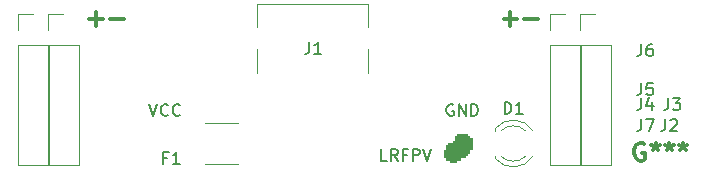
<source format=gbr>
%TF.GenerationSoftware,KiCad,Pcbnew,6.0.5-a6ca702e91~116~ubuntu22.04.1*%
%TF.CreationDate,2022-06-10T16:27:17-05:00*%
%TF.ProjectId,breadboard_psu_v1,62726561-6462-46f6-9172-645f7073755f,rev?*%
%TF.SameCoordinates,Original*%
%TF.FileFunction,Legend,Top*%
%TF.FilePolarity,Positive*%
%FSLAX46Y46*%
G04 Gerber Fmt 4.6, Leading zero omitted, Abs format (unit mm)*
G04 Created by KiCad (PCBNEW 6.0.5-a6ca702e91~116~ubuntu22.04.1) date 2022-06-10 16:27:17*
%MOMM*%
%LPD*%
G01*
G04 APERTURE LIST*
%ADD10C,0.300000*%
%ADD11C,0.200000*%
%ADD12C,0.150000*%
%ADD13C,0.160000*%
%ADD14C,0.120000*%
G04 APERTURE END LIST*
D10*
X108902571Y-77831142D02*
X110045428Y-77831142D01*
X109474000Y-78402571D02*
X109474000Y-77259714D01*
X143966542Y-77831142D02*
X145109399Y-77831142D01*
X144537971Y-78402571D02*
X144537971Y-77259714D01*
D11*
X134088380Y-89860380D02*
X133612190Y-89860380D01*
X133612190Y-88860380D01*
X134993142Y-89860380D02*
X134659809Y-89384190D01*
X134421714Y-89860380D02*
X134421714Y-88860380D01*
X134802666Y-88860380D01*
X134897904Y-88908000D01*
X134945523Y-88955619D01*
X134993142Y-89050857D01*
X134993142Y-89193714D01*
X134945523Y-89288952D01*
X134897904Y-89336571D01*
X134802666Y-89384190D01*
X134421714Y-89384190D01*
X135755047Y-89336571D02*
X135421714Y-89336571D01*
X135421714Y-89860380D02*
X135421714Y-88860380D01*
X135897904Y-88860380D01*
X136278857Y-89860380D02*
X136278857Y-88860380D01*
X136659809Y-88860380D01*
X136755047Y-88908000D01*
X136802666Y-88955619D01*
X136850285Y-89050857D01*
X136850285Y-89193714D01*
X136802666Y-89288952D01*
X136755047Y-89336571D01*
X136659809Y-89384190D01*
X136278857Y-89384190D01*
X137136000Y-88860380D02*
X137469333Y-89860380D01*
X137802666Y-88860380D01*
D10*
X110668600Y-77831142D02*
X111811457Y-77831142D01*
X145732571Y-77831142D02*
X146875428Y-77831142D01*
D11*
X139700095Y-85098000D02*
X139604857Y-85050380D01*
X139462000Y-85050380D01*
X139319142Y-85098000D01*
X139223904Y-85193238D01*
X139176285Y-85288476D01*
X139128666Y-85478952D01*
X139128666Y-85621809D01*
X139176285Y-85812285D01*
X139223904Y-85907523D01*
X139319142Y-86002761D01*
X139462000Y-86050380D01*
X139557238Y-86050380D01*
X139700095Y-86002761D01*
X139747714Y-85955142D01*
X139747714Y-85621809D01*
X139557238Y-85621809D01*
X140176285Y-86050380D02*
X140176285Y-85050380D01*
X140747714Y-86050380D01*
X140747714Y-85050380D01*
X141223904Y-86050380D02*
X141223904Y-85050380D01*
X141462000Y-85050380D01*
X141604857Y-85098000D01*
X141700095Y-85193238D01*
X141747714Y-85288476D01*
X141795333Y-85478952D01*
X141795333Y-85621809D01*
X141747714Y-85812285D01*
X141700095Y-85907523D01*
X141604857Y-86002761D01*
X141462000Y-86050380D01*
X141223904Y-86050380D01*
X113982666Y-85050380D02*
X114316000Y-86050380D01*
X114649333Y-85050380D01*
X115554095Y-85955142D02*
X115506476Y-86002761D01*
X115363619Y-86050380D01*
X115268380Y-86050380D01*
X115125523Y-86002761D01*
X115030285Y-85907523D01*
X114982666Y-85812285D01*
X114935047Y-85621809D01*
X114935047Y-85478952D01*
X114982666Y-85288476D01*
X115030285Y-85193238D01*
X115125523Y-85098000D01*
X115268380Y-85050380D01*
X115363619Y-85050380D01*
X115506476Y-85098000D01*
X115554095Y-85145619D01*
X116554095Y-85955142D02*
X116506476Y-86002761D01*
X116363619Y-86050380D01*
X116268380Y-86050380D01*
X116125523Y-86002761D01*
X116030285Y-85907523D01*
X115982666Y-85812285D01*
X115935047Y-85621809D01*
X115935047Y-85478952D01*
X115982666Y-85288476D01*
X116030285Y-85193238D01*
X116125523Y-85098000D01*
X116268380Y-85050380D01*
X116363619Y-85050380D01*
X116506476Y-85098000D01*
X116554095Y-85145619D01*
D12*
%TO.C,J6*%
X155622666Y-79970380D02*
X155622666Y-80684666D01*
X155575047Y-80827523D01*
X155479809Y-80922761D01*
X155336952Y-80970380D01*
X155241714Y-80970380D01*
X156527428Y-79970380D02*
X156336952Y-79970380D01*
X156241714Y-80018000D01*
X156194095Y-80065619D01*
X156098857Y-80208476D01*
X156051238Y-80398952D01*
X156051238Y-80779904D01*
X156098857Y-80875142D01*
X156146476Y-80922761D01*
X156241714Y-80970380D01*
X156432190Y-80970380D01*
X156527428Y-80922761D01*
X156575047Y-80875142D01*
X156622666Y-80779904D01*
X156622666Y-80541809D01*
X156575047Y-80446571D01*
X156527428Y-80398952D01*
X156432190Y-80351333D01*
X156241714Y-80351333D01*
X156146476Y-80398952D01*
X156098857Y-80446571D01*
X156051238Y-80541809D01*
%TO.C,F1*%
X115490666Y-89590571D02*
X115157333Y-89590571D01*
X115157333Y-90114380D02*
X115157333Y-89114380D01*
X115633523Y-89114380D01*
X116538285Y-90114380D02*
X115966857Y-90114380D01*
X116252571Y-90114380D02*
X116252571Y-89114380D01*
X116157333Y-89257238D01*
X116062095Y-89352476D01*
X115966857Y-89400095D01*
%TO.C,J7*%
X155622666Y-86320380D02*
X155622666Y-87034666D01*
X155575047Y-87177523D01*
X155479809Y-87272761D01*
X155336952Y-87320380D01*
X155241714Y-87320380D01*
X156003619Y-86320380D02*
X156670285Y-86320380D01*
X156241714Y-87320380D01*
%TO.C,D1*%
X144041904Y-85884380D02*
X144041904Y-84884380D01*
X144280000Y-84884380D01*
X144422857Y-84932000D01*
X144518095Y-85027238D01*
X144565714Y-85122476D01*
X144613333Y-85312952D01*
X144613333Y-85455809D01*
X144565714Y-85646285D01*
X144518095Y-85741523D01*
X144422857Y-85836761D01*
X144280000Y-85884380D01*
X144041904Y-85884380D01*
X145565714Y-85884380D02*
X144994285Y-85884380D01*
X145280000Y-85884380D02*
X145280000Y-84884380D01*
X145184761Y-85027238D01*
X145089523Y-85122476D01*
X144994285Y-85170095D01*
%TO.C,J5*%
X155622666Y-83272380D02*
X155622666Y-83986666D01*
X155575047Y-84129523D01*
X155479809Y-84224761D01*
X155336952Y-84272380D01*
X155241714Y-84272380D01*
X156575047Y-83272380D02*
X156098857Y-83272380D01*
X156051238Y-83748571D01*
X156098857Y-83700952D01*
X156194095Y-83653333D01*
X156432190Y-83653333D01*
X156527428Y-83700952D01*
X156575047Y-83748571D01*
X156622666Y-83843809D01*
X156622666Y-84081904D01*
X156575047Y-84177142D01*
X156527428Y-84224761D01*
X156432190Y-84272380D01*
X156194095Y-84272380D01*
X156098857Y-84224761D01*
X156051238Y-84177142D01*
%TO.C,J2*%
X157654666Y-86320380D02*
X157654666Y-87034666D01*
X157607047Y-87177523D01*
X157511809Y-87272761D01*
X157368952Y-87320380D01*
X157273714Y-87320380D01*
X158083238Y-86415619D02*
X158130857Y-86368000D01*
X158226095Y-86320380D01*
X158464190Y-86320380D01*
X158559428Y-86368000D01*
X158607047Y-86415619D01*
X158654666Y-86510857D01*
X158654666Y-86606095D01*
X158607047Y-86748952D01*
X158035619Y-87320380D01*
X158654666Y-87320380D01*
%TO.C,J4*%
X155622666Y-84542380D02*
X155622666Y-85256666D01*
X155575047Y-85399523D01*
X155479809Y-85494761D01*
X155336952Y-85542380D01*
X155241714Y-85542380D01*
X156527428Y-84875714D02*
X156527428Y-85542380D01*
X156289333Y-84494761D02*
X156051238Y-85209047D01*
X156670285Y-85209047D01*
D10*
%TO.C,G\u002A\u002A\u002A*%
X155883428Y-88392000D02*
X155738285Y-88319428D01*
X155520571Y-88319428D01*
X155302857Y-88392000D01*
X155157714Y-88537142D01*
X155085142Y-88682285D01*
X155012571Y-88972571D01*
X155012571Y-89190285D01*
X155085142Y-89480571D01*
X155157714Y-89625714D01*
X155302857Y-89770857D01*
X155520571Y-89843428D01*
X155665714Y-89843428D01*
X155883428Y-89770857D01*
X155956000Y-89698285D01*
X155956000Y-89190285D01*
X155665714Y-89190285D01*
X156826857Y-88319428D02*
X156826857Y-88682285D01*
X156464000Y-88537142D02*
X156826857Y-88682285D01*
X157189714Y-88537142D01*
X156609142Y-88972571D02*
X156826857Y-88682285D01*
X157044571Y-88972571D01*
X157988000Y-88319428D02*
X157988000Y-88682285D01*
X157625142Y-88537142D02*
X157988000Y-88682285D01*
X158350857Y-88537142D01*
X157770285Y-88972571D02*
X157988000Y-88682285D01*
X158205714Y-88972571D01*
X159149142Y-88319428D02*
X159149142Y-88682285D01*
X158786285Y-88537142D02*
X159149142Y-88682285D01*
X159512000Y-88537142D01*
X158931428Y-88972571D02*
X159149142Y-88682285D01*
X159366857Y-88972571D01*
D12*
%TO.C,J3*%
X157908666Y-84542380D02*
X157908666Y-85256666D01*
X157861047Y-85399523D01*
X157765809Y-85494761D01*
X157622952Y-85542380D01*
X157527714Y-85542380D01*
X158289619Y-84542380D02*
X158908666Y-84542380D01*
X158575333Y-84923333D01*
X158718190Y-84923333D01*
X158813428Y-84970952D01*
X158861047Y-85018571D01*
X158908666Y-85113809D01*
X158908666Y-85351904D01*
X158861047Y-85447142D01*
X158813428Y-85494761D01*
X158718190Y-85542380D01*
X158432476Y-85542380D01*
X158337238Y-85494761D01*
X158289619Y-85447142D01*
D13*
%TO.C,J1*%
X127504866Y-79798380D02*
X127504866Y-80512666D01*
X127457247Y-80655523D01*
X127362009Y-80750761D01*
X127219152Y-80798380D01*
X127123914Y-80798380D01*
X128504866Y-80798380D02*
X127933438Y-80798380D01*
X128219152Y-80798380D02*
X128219152Y-79798380D01*
X128123914Y-79941238D01*
X128028676Y-80036476D01*
X127933438Y-80084095D01*
D14*
%TO.C,F1*%
X121467252Y-86682000D02*
X118694748Y-86682000D01*
X121467252Y-90102000D02*
X118694748Y-90102000D01*
%TO.C,D1*%
X143220000Y-89472000D02*
X143220000Y-89628000D01*
X143220000Y-87156000D02*
X143220000Y-87312000D01*
X146452335Y-87313392D02*
G75*
G03*
X143220000Y-87156484I-1672335J-1078608D01*
G01*
X145821130Y-87312163D02*
G75*
G03*
X143739039Y-87312000I-1041130J-1079837D01*
G01*
X143739039Y-89472000D02*
G75*
G03*
X145821130Y-89471837I1040961J1080000D01*
G01*
X143220000Y-89627516D02*
G75*
G03*
X146452335Y-89470608I1560000J1235516D01*
G01*
%TO.C,J5*%
X150410000Y-77410000D02*
X151740000Y-77410000D01*
X153070000Y-80010000D02*
X153070000Y-90230000D01*
X150410000Y-80010000D02*
X153070000Y-80010000D01*
X150410000Y-90230000D02*
X153070000Y-90230000D01*
X150410000Y-78740000D02*
X150410000Y-77410000D01*
X150410000Y-80010000D02*
X150410000Y-90230000D01*
%TO.C,J2*%
X102810000Y-78740000D02*
X102810000Y-77410000D01*
X102810000Y-77410000D02*
X104140000Y-77410000D01*
X105470000Y-80010000D02*
X105470000Y-90230000D01*
X102810000Y-80010000D02*
X105470000Y-80010000D01*
X102810000Y-80010000D02*
X102810000Y-90230000D01*
X102810000Y-90230000D02*
X105470000Y-90230000D01*
%TO.C,J4*%
X147870000Y-80010000D02*
X150530000Y-80010000D01*
X147870000Y-78740000D02*
X147870000Y-77410000D01*
X150530000Y-80010000D02*
X150530000Y-90230000D01*
X147870000Y-77410000D02*
X149200000Y-77410000D01*
X147870000Y-80010000D02*
X147870000Y-90230000D01*
X147870000Y-90230000D02*
X150530000Y-90230000D01*
%TO.C,G\u002A\u002A\u002A*%
G36*
X140958369Y-87774446D02*
G01*
X141145962Y-87774446D01*
X141145962Y-87962038D01*
X141333554Y-87962038D01*
X141333554Y-88900000D01*
X141145962Y-88900000D01*
X141145962Y-89275185D01*
X140958369Y-89275185D01*
X140958369Y-89462777D01*
X140770777Y-89462777D01*
X140770777Y-89650369D01*
X140395592Y-89650369D01*
X140395592Y-89837962D01*
X140020408Y-89837962D01*
X140020408Y-90025554D01*
X139457631Y-90025554D01*
X139457631Y-89837962D01*
X139082446Y-89837962D01*
X139082446Y-89650369D01*
X138894854Y-89650369D01*
X138894854Y-88900000D01*
X139082446Y-88900000D01*
X139082446Y-88524815D01*
X139270038Y-88524815D01*
X139270038Y-88337223D01*
X139645223Y-88337223D01*
X139645223Y-88149631D01*
X139832815Y-88149631D01*
X139832815Y-87774446D01*
X140020408Y-87774446D01*
X140020408Y-87586854D01*
X140958369Y-87586854D01*
X140958369Y-87774446D01*
G37*
%TO.C,J3*%
X105350000Y-80010000D02*
X108010000Y-80010000D01*
X105350000Y-90230000D02*
X108010000Y-90230000D01*
X105350000Y-80010000D02*
X105350000Y-90230000D01*
X108010000Y-80010000D02*
X108010000Y-90230000D01*
X105350000Y-77410000D02*
X106680000Y-77410000D01*
X105350000Y-78740000D02*
X105350000Y-77410000D01*
%TO.C,J1*%
X123062000Y-78518000D02*
X123062000Y-76618000D01*
X132462000Y-82418000D02*
X132462000Y-80418000D01*
X132462000Y-78518000D02*
X132462000Y-76618000D01*
X132462000Y-76618000D02*
X123062000Y-76618000D01*
X123062000Y-82418000D02*
X123062000Y-80418000D01*
%TD*%
M02*

</source>
